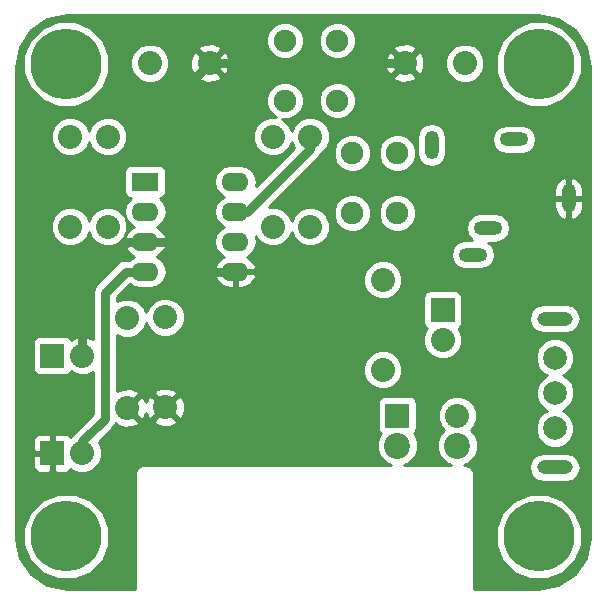
<source format=gbr>
G04 #@! TF.FileFunction,Copper,L1,Top,Signal*
%FSLAX46Y46*%
G04 Gerber Fmt 4.6, Leading zero omitted, Abs format (unit mm)*
G04 Created by KiCad (PCBNEW 4.0.4-stable) date 06/22/17 13:33:57*
%MOMM*%
%LPD*%
G01*
G04 APERTURE LIST*
%ADD10C,0.300000*%
%ADD11R,2.032000X2.032000*%
%ADD12C,2.032000*%
%ADD13C,6.000000*%
%ADD14C,1.905000*%
%ADD15C,2.199640*%
%ADD16R,2.286000X1.574800*%
%ADD17O,2.286000X1.574800*%
%ADD18C,2.000000*%
%ADD19O,3.000000X1.200000*%
%ADD20O,2.400000X1.200000*%
%ADD21O,1.200000X2.400000*%
%ADD22C,0.762000*%
%ADD23C,0.254000*%
G04 APERTURE END LIST*
D10*
D11*
X36845000Y24350000D03*
D12*
X36845000Y21810000D03*
D13*
X44982000Y45165000D03*
X4982000Y45165000D03*
X4982000Y5165000D03*
X44982000Y5165000D03*
D14*
X27922000Y42075000D03*
X27922000Y47155000D03*
X23477000Y42075000D03*
X23477000Y47155000D03*
X29192000Y32550000D03*
X29192000Y37630000D03*
X33002000Y32550000D03*
X33002000Y37630000D03*
D11*
X33002000Y15405000D03*
D12*
X38082000Y15405000D03*
D15*
X33002000Y12865000D03*
X38082000Y12865000D03*
D16*
X11666000Y35217000D03*
D17*
X11666000Y32677000D03*
X11666000Y30137000D03*
X11666000Y27597000D03*
X19286000Y27597000D03*
X19286000Y30137000D03*
X19286000Y32677000D03*
X19286000Y35217000D03*
D11*
X3792000Y20485000D03*
D12*
X6332000Y20485000D03*
D11*
X3792000Y12230000D03*
D12*
X6332000Y12230000D03*
D18*
X46362400Y17302380D03*
X46337000Y20310000D03*
X46337000Y14310000D03*
D19*
X46337000Y23610000D03*
X46337000Y11010000D03*
D20*
X40657000Y31285000D03*
D21*
X47507000Y33785000D03*
D20*
X42907000Y38785000D03*
X39407000Y29035000D03*
D21*
X35907000Y38285000D03*
D12*
X10142000Y23660000D03*
X10142000Y16040000D03*
X13350000Y16095000D03*
X13350000Y23715000D03*
X22461000Y31407000D03*
X22461000Y39027000D03*
X8491000Y31407000D03*
X8491000Y39027000D03*
X25636000Y39027000D03*
X25636000Y31407000D03*
X5316000Y39027000D03*
X5316000Y31407000D03*
X31765000Y26890000D03*
X31765000Y19270000D03*
X33637000Y45250000D03*
X38717000Y45250000D03*
X12047000Y45250000D03*
X17127000Y45250000D03*
D22*
X14714000Y30137000D02*
X14714000Y42837000D01*
X14714000Y42837000D02*
X17127000Y45250000D01*
X6332000Y20485000D02*
X6332000Y26327000D01*
X10142000Y30137000D02*
X11666000Y30137000D01*
X6332000Y26327000D02*
X10142000Y30137000D01*
X17127000Y45250000D02*
X33637000Y45250000D01*
X11666000Y30137000D02*
X14714000Y30137000D01*
X14714000Y30137000D02*
X17254000Y27597000D01*
X17254000Y27597000D02*
X19286000Y27597000D01*
X6332000Y12230000D02*
X6332000Y13246000D01*
X6332000Y13246000D02*
X8237000Y15151000D01*
X10015000Y27597000D02*
X11666000Y27597000D01*
X8237000Y25819000D02*
X10015000Y27597000D01*
X8237000Y15151000D02*
X8237000Y25819000D01*
X19286000Y32677000D02*
X20302000Y32677000D01*
X20302000Y32677000D02*
X25636000Y38011000D01*
X25636000Y38011000D02*
X25636000Y39027000D01*
X19286000Y32677000D02*
X20048000Y32677000D01*
X25636000Y38265000D02*
X25636000Y39027000D01*
D23*
G36*
X46636390Y48950592D02*
X48023654Y48023651D01*
X48950592Y46636390D01*
X49290000Y44930069D01*
X49290000Y5069931D01*
X48950592Y3363610D01*
X48023654Y1976349D01*
X46636390Y1049408D01*
X44930069Y710000D01*
X39460000Y710000D01*
X39460000Y4445126D01*
X41346370Y4445126D01*
X41898600Y3108628D01*
X42920249Y2085194D01*
X44255782Y1530632D01*
X45701874Y1529370D01*
X47038372Y2081600D01*
X48061806Y3103249D01*
X48616368Y4438782D01*
X48617630Y5884874D01*
X48065400Y7221372D01*
X47043751Y8244806D01*
X45708218Y8799368D01*
X44262126Y8800630D01*
X42925628Y8248400D01*
X41902194Y7226751D01*
X41347632Y5891218D01*
X41346370Y4445126D01*
X39460000Y4445126D01*
X39460000Y10500000D01*
X39405954Y10771705D01*
X39252046Y11002046D01*
X39240142Y11010000D01*
X44160173Y11010000D01*
X44254182Y10537386D01*
X44521896Y10136723D01*
X44922559Y9869009D01*
X45395173Y9775000D01*
X47278827Y9775000D01*
X47751441Y9869009D01*
X48152104Y10136723D01*
X48419818Y10537386D01*
X48513827Y11010000D01*
X48419818Y11482614D01*
X48152104Y11883277D01*
X47751441Y12150991D01*
X47278827Y12245000D01*
X45395173Y12245000D01*
X44922559Y12150991D01*
X44521896Y11883277D01*
X44254182Y11482614D01*
X44160173Y11010000D01*
X39240142Y11010000D01*
X39021705Y11155954D01*
X38750000Y11210000D01*
X38619468Y11210000D01*
X39063413Y11393434D01*
X39551851Y11881020D01*
X39816518Y12518409D01*
X39817120Y13208563D01*
X39553566Y13846413D01*
X39206189Y14194397D01*
X39480834Y14468563D01*
X39732713Y15075155D01*
X39733286Y15731963D01*
X39482466Y16338995D01*
X39018437Y16803834D01*
X38411845Y17055713D01*
X37755037Y17056286D01*
X37148005Y16805466D01*
X36683166Y16341437D01*
X36431287Y15734845D01*
X36430714Y15078037D01*
X36681534Y14471005D01*
X36957914Y14194142D01*
X36612149Y13848980D01*
X36347482Y13211591D01*
X36346880Y12521437D01*
X36610434Y11883587D01*
X37098020Y11395149D01*
X37543908Y11210000D01*
X33539468Y11210000D01*
X33983413Y11393434D01*
X34471851Y11881020D01*
X34736518Y12518409D01*
X34737120Y13208563D01*
X34473566Y13846413D01*
X34424241Y13895824D01*
X34469441Y13924910D01*
X34614431Y14137110D01*
X34665440Y14389000D01*
X34665440Y16421000D01*
X34621162Y16656317D01*
X34482090Y16872441D01*
X34269890Y17017431D01*
X34018000Y17068440D01*
X31986000Y17068440D01*
X31750683Y17024162D01*
X31534559Y16885090D01*
X31389569Y16672890D01*
X31338560Y16421000D01*
X31338560Y14389000D01*
X31382838Y14153683D01*
X31521910Y13937559D01*
X31580666Y13897413D01*
X31532149Y13848980D01*
X31267482Y13211591D01*
X31266880Y12521437D01*
X31530434Y11883587D01*
X32018020Y11395149D01*
X32463908Y11210000D01*
X11500000Y11210000D01*
X11228295Y11155954D01*
X10997954Y11002046D01*
X10844046Y10771705D01*
X10790000Y10500000D01*
X10790000Y710000D01*
X5069931Y710000D01*
X3363610Y1049408D01*
X1976349Y1976346D01*
X1049408Y3363610D01*
X834282Y4445126D01*
X1346370Y4445126D01*
X1898600Y3108628D01*
X2920249Y2085194D01*
X4255782Y1530632D01*
X5701874Y1529370D01*
X7038372Y2081600D01*
X8061806Y3103249D01*
X8616368Y4438782D01*
X8617630Y5884874D01*
X8065400Y7221372D01*
X7043751Y8244806D01*
X5708218Y8799368D01*
X4262126Y8800630D01*
X2925628Y8248400D01*
X1902194Y7226751D01*
X1347632Y5891218D01*
X1346370Y4445126D01*
X834282Y4445126D01*
X710000Y5069931D01*
X710000Y11944250D01*
X2141000Y11944250D01*
X2141000Y11087690D01*
X2237673Y10854301D01*
X2416302Y10675673D01*
X2649691Y10579000D01*
X3506250Y10579000D01*
X3665000Y10737750D01*
X3665000Y12103000D01*
X2299750Y12103000D01*
X2141000Y11944250D01*
X710000Y11944250D01*
X710000Y13372310D01*
X2141000Y13372310D01*
X2141000Y12515750D01*
X2299750Y12357000D01*
X3665000Y12357000D01*
X3665000Y13722250D01*
X3506250Y13881000D01*
X2649691Y13881000D01*
X2416302Y13784327D01*
X2237673Y13605699D01*
X2141000Y13372310D01*
X710000Y13372310D01*
X710000Y21501000D01*
X2128560Y21501000D01*
X2128560Y19469000D01*
X2172838Y19233683D01*
X2311910Y19017559D01*
X2524110Y18872569D01*
X2776000Y18821560D01*
X4808000Y18821560D01*
X5043317Y18865838D01*
X5259441Y19004910D01*
X5392779Y19200057D01*
X5448120Y19052378D01*
X6063642Y18823184D01*
X6720019Y18846986D01*
X7215880Y19052378D01*
X7221000Y19066041D01*
X7221000Y15571841D01*
X5613580Y13964420D01*
X5393338Y13634807D01*
X5393338Y13634806D01*
X5391105Y13623578D01*
X5354187Y13586724D01*
X5346327Y13605699D01*
X5167698Y13784327D01*
X4934309Y13881000D01*
X4077750Y13881000D01*
X3919000Y13722250D01*
X3919000Y12357000D01*
X3939000Y12357000D01*
X3939000Y12103000D01*
X3919000Y12103000D01*
X3919000Y10737750D01*
X4077750Y10579000D01*
X4934309Y10579000D01*
X5167698Y10675673D01*
X5346327Y10854301D01*
X5353993Y10872808D01*
X5395563Y10831166D01*
X6002155Y10579287D01*
X6658963Y10578714D01*
X7265995Y10829534D01*
X7730834Y11293563D01*
X7982713Y11900155D01*
X7983286Y12556963D01*
X7732466Y13163995D01*
X7709671Y13186830D01*
X8955421Y14432580D01*
X9175662Y14762193D01*
X9184138Y14804804D01*
X9258120Y14607378D01*
X9873642Y14378184D01*
X10530019Y14401986D01*
X11025880Y14607378D01*
X11126502Y14875893D01*
X11071502Y14930893D01*
X12365498Y14930893D01*
X12466120Y14662378D01*
X13081642Y14433184D01*
X13738019Y14456986D01*
X14233880Y14662378D01*
X14334502Y14930893D01*
X13350000Y15915395D01*
X12365498Y14930893D01*
X11071502Y14930893D01*
X10142000Y15860395D01*
X10127858Y15846252D01*
X9948253Y16025857D01*
X9962395Y16040000D01*
X10321605Y16040000D01*
X11306107Y15055498D01*
X11574622Y15156120D01*
X11747665Y15620844D01*
X11917378Y15211120D01*
X12185893Y15110498D01*
X13170395Y16095000D01*
X13529605Y16095000D01*
X14514107Y15110498D01*
X14782622Y15211120D01*
X15011816Y15826642D01*
X14988014Y16483019D01*
X14782622Y16978880D01*
X14514107Y17079502D01*
X13529605Y16095000D01*
X13170395Y16095000D01*
X12185893Y17079502D01*
X11917378Y16978880D01*
X11744335Y16514156D01*
X11574622Y16923880D01*
X11306107Y17024502D01*
X10321605Y16040000D01*
X9962395Y16040000D01*
X9948253Y16054142D01*
X10127858Y16233747D01*
X10142000Y16219605D01*
X11126502Y17204107D01*
X11105892Y17259107D01*
X12365498Y17259107D01*
X13350000Y16274605D01*
X14334502Y17259107D01*
X14233880Y17527622D01*
X13618358Y17756816D01*
X12961981Y17733014D01*
X12466120Y17527622D01*
X12365498Y17259107D01*
X11105892Y17259107D01*
X11025880Y17472622D01*
X10410358Y17701816D01*
X9753981Y17678014D01*
X9258120Y17472622D01*
X9253000Y17458959D01*
X9253000Y18943037D01*
X30113714Y18943037D01*
X30364534Y18336005D01*
X30828563Y17871166D01*
X31435155Y17619287D01*
X32091963Y17618714D01*
X32698995Y17869534D01*
X33163834Y18333563D01*
X33415713Y18940155D01*
X33416286Y19596963D01*
X33255455Y19986205D01*
X44701716Y19986205D01*
X44950106Y19385057D01*
X45409637Y18924722D01*
X45707723Y18800946D01*
X45437457Y18689274D01*
X44977122Y18229743D01*
X44727684Y17629028D01*
X44727116Y16978585D01*
X44975506Y16377437D01*
X45435037Y15917102D01*
X45689390Y15811486D01*
X45412057Y15696894D01*
X44951722Y15237363D01*
X44702284Y14636648D01*
X44701716Y13986205D01*
X44950106Y13385057D01*
X45409637Y12924722D01*
X46010352Y12675284D01*
X46660795Y12674716D01*
X47261943Y12923106D01*
X47722278Y13382637D01*
X47971716Y13983352D01*
X47972284Y14633795D01*
X47723894Y15234943D01*
X47264363Y15695278D01*
X47010010Y15800894D01*
X47287343Y15915486D01*
X47747678Y16375017D01*
X47997116Y16975732D01*
X47997684Y17626175D01*
X47749294Y18227323D01*
X47289763Y18687658D01*
X46991677Y18811434D01*
X47261943Y18923106D01*
X47722278Y19382637D01*
X47971716Y19983352D01*
X47972284Y20633795D01*
X47723894Y21234943D01*
X47264363Y21695278D01*
X46663648Y21944716D01*
X46013205Y21945284D01*
X45412057Y21696894D01*
X44951722Y21237363D01*
X44702284Y20636648D01*
X44701716Y19986205D01*
X33255455Y19986205D01*
X33165466Y20203995D01*
X32701437Y20668834D01*
X32094845Y20920713D01*
X31438037Y20921286D01*
X30831005Y20670466D01*
X30366166Y20206437D01*
X30114287Y19599845D01*
X30113714Y18943037D01*
X9253000Y18943037D01*
X9253000Y22241468D01*
X9812155Y22009287D01*
X10468963Y22008714D01*
X11075995Y22259534D01*
X11540834Y22723563D01*
X11757585Y23245558D01*
X11949534Y22781005D01*
X12413563Y22316166D01*
X13020155Y22064287D01*
X13676963Y22063714D01*
X14283995Y22314534D01*
X14748834Y22778563D01*
X15000713Y23385155D01*
X15001286Y24041963D01*
X14750466Y24648995D01*
X14286437Y25113834D01*
X13679845Y25365713D01*
X13023037Y25366286D01*
X12416005Y25115466D01*
X11951166Y24651437D01*
X11734415Y24129442D01*
X11542466Y24593995D01*
X11078437Y25058834D01*
X10471845Y25310713D01*
X9815037Y25311286D01*
X9253000Y25079058D01*
X9253000Y25398160D01*
X10375447Y26520606D01*
X10731238Y26282874D01*
X11275567Y26174600D01*
X12056433Y26174600D01*
X12600762Y26282874D01*
X13062222Y26591211D01*
X13370559Y27052671D01*
X13409798Y27249940D01*
X17550990Y27249940D01*
X17567673Y27170004D01*
X17834809Y26681014D01*
X18268738Y26331475D01*
X18803400Y26174600D01*
X19159000Y26174600D01*
X19159000Y27470000D01*
X19413000Y27470000D01*
X19413000Y26174600D01*
X19768600Y26174600D01*
X20303262Y26331475D01*
X20590730Y26563037D01*
X30113714Y26563037D01*
X30364534Y25956005D01*
X30828563Y25491166D01*
X31435155Y25239287D01*
X32091963Y25238714D01*
X32400019Y25366000D01*
X35181560Y25366000D01*
X35181560Y23334000D01*
X35225838Y23098683D01*
X35364910Y22882559D01*
X35494100Y22794287D01*
X35446166Y22746437D01*
X35194287Y22139845D01*
X35193714Y21483037D01*
X35444534Y20876005D01*
X35908563Y20411166D01*
X36515155Y20159287D01*
X37171963Y20158714D01*
X37778995Y20409534D01*
X38243834Y20873563D01*
X38495713Y21480155D01*
X38496286Y22136963D01*
X38245466Y22743995D01*
X38195128Y22794421D01*
X38312441Y22869910D01*
X38457431Y23082110D01*
X38508440Y23334000D01*
X38508440Y23610000D01*
X44160173Y23610000D01*
X44254182Y23137386D01*
X44521896Y22736723D01*
X44922559Y22469009D01*
X45395173Y22375000D01*
X47278827Y22375000D01*
X47751441Y22469009D01*
X48152104Y22736723D01*
X48419818Y23137386D01*
X48513827Y23610000D01*
X48419818Y24082614D01*
X48152104Y24483277D01*
X47751441Y24750991D01*
X47278827Y24845000D01*
X45395173Y24845000D01*
X44922559Y24750991D01*
X44521896Y24483277D01*
X44254182Y24082614D01*
X44160173Y23610000D01*
X38508440Y23610000D01*
X38508440Y25366000D01*
X38464162Y25601317D01*
X38325090Y25817441D01*
X38112890Y25962431D01*
X37861000Y26013440D01*
X35829000Y26013440D01*
X35593683Y25969162D01*
X35377559Y25830090D01*
X35232569Y25617890D01*
X35181560Y25366000D01*
X32400019Y25366000D01*
X32698995Y25489534D01*
X33163834Y25953563D01*
X33415713Y26560155D01*
X33416286Y27216963D01*
X33165466Y27823995D01*
X32701437Y28288834D01*
X32094845Y28540713D01*
X31438037Y28541286D01*
X30831005Y28290466D01*
X30366166Y27826437D01*
X30114287Y27219845D01*
X30113714Y26563037D01*
X20590730Y26563037D01*
X20737191Y26681014D01*
X21004327Y27170004D01*
X21021010Y27249940D01*
X20898852Y27470000D01*
X19413000Y27470000D01*
X19159000Y27470000D01*
X17673148Y27470000D01*
X17550990Y27249940D01*
X13409798Y27249940D01*
X13478833Y27597000D01*
X13370559Y28141329D01*
X13062222Y28602789D01*
X12667170Y28866754D01*
X12683262Y28871475D01*
X13117191Y29221014D01*
X13384327Y29710004D01*
X13401010Y29789940D01*
X13278852Y30010000D01*
X11793000Y30010000D01*
X11793000Y29990000D01*
X11539000Y29990000D01*
X11539000Y30010000D01*
X10053148Y30010000D01*
X9930990Y29789940D01*
X9947673Y29710004D01*
X10214809Y29221014D01*
X10648738Y28871475D01*
X10664830Y28866754D01*
X10285060Y28613000D01*
X10015000Y28613000D01*
X9626193Y28535662D01*
X9296580Y28315421D01*
X7518580Y26537420D01*
X7298338Y26207807D01*
X7298338Y26207806D01*
X7221000Y25819000D01*
X7221000Y21903959D01*
X7215880Y21917622D01*
X6600358Y22146816D01*
X5943981Y22123014D01*
X5448120Y21917622D01*
X5391581Y21766746D01*
X5272090Y21952441D01*
X5059890Y22097431D01*
X4808000Y22148440D01*
X2776000Y22148440D01*
X2540683Y22104162D01*
X2324559Y21965090D01*
X2179569Y21752890D01*
X2128560Y21501000D01*
X710000Y21501000D01*
X710000Y31080037D01*
X3664714Y31080037D01*
X3915534Y30473005D01*
X4379563Y30008166D01*
X4986155Y29756287D01*
X5642963Y29755714D01*
X6249995Y30006534D01*
X6714834Y30470563D01*
X6903654Y30925291D01*
X7090534Y30473005D01*
X7554563Y30008166D01*
X8161155Y29756287D01*
X8817963Y29755714D01*
X9424995Y30006534D01*
X9889834Y30470563D01*
X10141713Y31077155D01*
X10142286Y31733963D01*
X10003637Y32069520D01*
X10269778Y31671211D01*
X10664830Y31407246D01*
X10648738Y31402525D01*
X10214809Y31052986D01*
X9947673Y30563996D01*
X9930990Y30484060D01*
X10053148Y30264000D01*
X11539000Y30264000D01*
X11539000Y30284000D01*
X11793000Y30284000D01*
X11793000Y30264000D01*
X13278852Y30264000D01*
X13401010Y30484060D01*
X13384327Y30563996D01*
X13117191Y31052986D01*
X12683262Y31402525D01*
X12667170Y31407246D01*
X13062222Y31671211D01*
X13370559Y32132671D01*
X13478833Y32677000D01*
X13370559Y33221329D01*
X13062222Y33682789D01*
X12890540Y33797503D01*
X13044317Y33826438D01*
X13260441Y33965510D01*
X13405431Y34177710D01*
X13456440Y34429600D01*
X13456440Y35217000D01*
X17473167Y35217000D01*
X17581441Y34672671D01*
X17889778Y34211211D01*
X18285199Y33947000D01*
X17889778Y33682789D01*
X17581441Y33221329D01*
X17473167Y32677000D01*
X17581441Y32132671D01*
X17889778Y31671211D01*
X18285199Y31407000D01*
X17889778Y31142789D01*
X17581441Y30681329D01*
X17473167Y30137000D01*
X17581441Y29592671D01*
X17889778Y29131211D01*
X18284830Y28867246D01*
X18268738Y28862525D01*
X17834809Y28512986D01*
X17567673Y28023996D01*
X17550990Y27944060D01*
X17673148Y27724000D01*
X19159000Y27724000D01*
X19159000Y27744000D01*
X19413000Y27744000D01*
X19413000Y27724000D01*
X20898852Y27724000D01*
X21021010Y27944060D01*
X21004327Y28023996D01*
X20737191Y28512986D01*
X20303262Y28862525D01*
X20287170Y28867246D01*
X20538231Y29035000D01*
X37536050Y29035000D01*
X37630059Y28562386D01*
X37897773Y28161723D01*
X38298436Y27894009D01*
X38771050Y27800000D01*
X40042950Y27800000D01*
X40515564Y27894009D01*
X40916227Y28161723D01*
X41183941Y28562386D01*
X41277950Y29035000D01*
X41183941Y29507614D01*
X40916227Y29908277D01*
X40704123Y30050000D01*
X41292950Y30050000D01*
X41765564Y30144009D01*
X42166227Y30411723D01*
X42433941Y30812386D01*
X42527950Y31285000D01*
X42433941Y31757614D01*
X42166227Y32158277D01*
X41765564Y32425991D01*
X41292950Y32520000D01*
X40021050Y32520000D01*
X39548436Y32425991D01*
X39147773Y32158277D01*
X38880059Y31757614D01*
X38786050Y31285000D01*
X38880059Y30812386D01*
X39147773Y30411723D01*
X39359877Y30270000D01*
X38771050Y30270000D01*
X38298436Y30175991D01*
X37897773Y29908277D01*
X37630059Y29507614D01*
X37536050Y29035000D01*
X20538231Y29035000D01*
X20682222Y29131211D01*
X20990559Y29592671D01*
X21098833Y30137000D01*
X21005507Y30606181D01*
X21060534Y30473005D01*
X21524563Y30008166D01*
X22131155Y29756287D01*
X22787963Y29755714D01*
X23394995Y30006534D01*
X23859834Y30470563D01*
X24048654Y30925291D01*
X24235534Y30473005D01*
X24699563Y30008166D01*
X25306155Y29756287D01*
X25962963Y29755714D01*
X26569995Y30006534D01*
X27034834Y30470563D01*
X27286713Y31077155D01*
X27287286Y31733963D01*
X27080010Y32235612D01*
X27604225Y32235612D01*
X27845398Y31651928D01*
X28291579Y31204968D01*
X28874841Y30962776D01*
X29506388Y30962225D01*
X30090072Y31203398D01*
X30537032Y31649579D01*
X30779224Y32232841D01*
X30779226Y32235612D01*
X31414225Y32235612D01*
X31655398Y31651928D01*
X32101579Y31204968D01*
X32684841Y30962776D01*
X33316388Y30962225D01*
X33900072Y31203398D01*
X34347032Y31649579D01*
X34589224Y32232841D01*
X34589775Y32864388D01*
X34348602Y33448072D01*
X34139040Y33658000D01*
X46272000Y33658000D01*
X46272000Y33058000D01*
X46414610Y32595053D01*
X46723526Y32221920D01*
X47151719Y31995408D01*
X47189391Y31991538D01*
X47380000Y32116269D01*
X47380000Y33658000D01*
X47634000Y33658000D01*
X47634000Y32116269D01*
X47824609Y31991538D01*
X47862281Y31995408D01*
X48290474Y32221920D01*
X48599390Y32595053D01*
X48742000Y33058000D01*
X48742000Y33658000D01*
X47634000Y33658000D01*
X47380000Y33658000D01*
X46272000Y33658000D01*
X34139040Y33658000D01*
X33902421Y33895032D01*
X33319159Y34137224D01*
X32687612Y34137775D01*
X32103928Y33896602D01*
X31656968Y33450421D01*
X31414776Y32867159D01*
X31414225Y32235612D01*
X30779226Y32235612D01*
X30779775Y32864388D01*
X30538602Y33448072D01*
X30092421Y33895032D01*
X29509159Y34137224D01*
X28877612Y34137775D01*
X28293928Y33896602D01*
X27846968Y33450421D01*
X27604776Y32867159D01*
X27604225Y32235612D01*
X27080010Y32235612D01*
X27036466Y32340995D01*
X26572437Y32805834D01*
X25965845Y33057713D01*
X25309037Y33058286D01*
X24702005Y32807466D01*
X24237166Y32343437D01*
X24048346Y31888709D01*
X23861466Y32340995D01*
X23397437Y32805834D01*
X22790845Y33057713D01*
X22134037Y33058286D01*
X22110331Y33048491D01*
X23573840Y34512000D01*
X46272000Y34512000D01*
X46272000Y33912000D01*
X47380000Y33912000D01*
X47380000Y35453731D01*
X47634000Y35453731D01*
X47634000Y33912000D01*
X48742000Y33912000D01*
X48742000Y34512000D01*
X48599390Y34974947D01*
X48290474Y35348080D01*
X47862281Y35574592D01*
X47824609Y35578462D01*
X47634000Y35453731D01*
X47380000Y35453731D01*
X47189391Y35578462D01*
X47151719Y35574592D01*
X46723526Y35348080D01*
X46414610Y34974947D01*
X46272000Y34512000D01*
X23573840Y34512000D01*
X26354420Y37292579D01*
X26369810Y37315612D01*
X27604225Y37315612D01*
X27845398Y36731928D01*
X28291579Y36284968D01*
X28874841Y36042776D01*
X29506388Y36042225D01*
X30090072Y36283398D01*
X30537032Y36729579D01*
X30779224Y37312841D01*
X30779226Y37315612D01*
X31414225Y37315612D01*
X31655398Y36731928D01*
X32101579Y36284968D01*
X32684841Y36042776D01*
X33316388Y36042225D01*
X33900072Y36283398D01*
X34347032Y36729579D01*
X34589224Y37312841D01*
X34589775Y37944388D01*
X34348602Y38528072D01*
X33956409Y38920950D01*
X34672000Y38920950D01*
X34672000Y37649050D01*
X34766009Y37176436D01*
X35033723Y36775773D01*
X35434386Y36508059D01*
X35907000Y36414050D01*
X36379614Y36508059D01*
X36780277Y36775773D01*
X37047991Y37176436D01*
X37142000Y37649050D01*
X37142000Y38785000D01*
X41036050Y38785000D01*
X41130059Y38312386D01*
X41397773Y37911723D01*
X41798436Y37644009D01*
X42271050Y37550000D01*
X43542950Y37550000D01*
X44015564Y37644009D01*
X44416227Y37911723D01*
X44683941Y38312386D01*
X44777950Y38785000D01*
X44683941Y39257614D01*
X44416227Y39658277D01*
X44015564Y39925991D01*
X43542950Y40020000D01*
X42271050Y40020000D01*
X41798436Y39925991D01*
X41397773Y39658277D01*
X41130059Y39257614D01*
X41036050Y38785000D01*
X37142000Y38785000D01*
X37142000Y38920950D01*
X37047991Y39393564D01*
X36780277Y39794227D01*
X36379614Y40061941D01*
X35907000Y40155950D01*
X35434386Y40061941D01*
X35033723Y39794227D01*
X34766009Y39393564D01*
X34672000Y38920950D01*
X33956409Y38920950D01*
X33902421Y38975032D01*
X33319159Y39217224D01*
X32687612Y39217775D01*
X32103928Y38976602D01*
X31656968Y38530421D01*
X31414776Y37947159D01*
X31414225Y37315612D01*
X30779226Y37315612D01*
X30779775Y37944388D01*
X30538602Y38528072D01*
X30092421Y38975032D01*
X29509159Y39217224D01*
X28877612Y39217775D01*
X28293928Y38976602D01*
X27846968Y38530421D01*
X27604776Y37947159D01*
X27604225Y37315612D01*
X26369810Y37315612D01*
X26574662Y37622193D01*
X26576896Y37633423D01*
X27034834Y38090563D01*
X27286713Y38697155D01*
X27287286Y39353963D01*
X27036466Y39960995D01*
X26572437Y40425834D01*
X25965845Y40677713D01*
X25309037Y40678286D01*
X24702005Y40427466D01*
X24237166Y39963437D01*
X24048346Y39508709D01*
X23861466Y39960995D01*
X23397437Y40425834D01*
X23248450Y40487699D01*
X23791388Y40487225D01*
X24375072Y40728398D01*
X24822032Y41174579D01*
X25064224Y41757841D01*
X25064226Y41760612D01*
X26334225Y41760612D01*
X26575398Y41176928D01*
X27021579Y40729968D01*
X27604841Y40487776D01*
X28236388Y40487225D01*
X28820072Y40728398D01*
X29267032Y41174579D01*
X29509224Y41757841D01*
X29509775Y42389388D01*
X29268602Y42973072D01*
X28822421Y43420032D01*
X28239159Y43662224D01*
X27607612Y43662775D01*
X27023928Y43421602D01*
X26576968Y42975421D01*
X26334776Y42392159D01*
X26334225Y41760612D01*
X25064226Y41760612D01*
X25064775Y42389388D01*
X24823602Y42973072D01*
X24377421Y43420032D01*
X23794159Y43662224D01*
X23162612Y43662775D01*
X22578928Y43421602D01*
X22131968Y42975421D01*
X21889776Y42392159D01*
X21889225Y41760612D01*
X22130398Y41176928D01*
X22576579Y40729968D01*
X22702237Y40677790D01*
X22134037Y40678286D01*
X21527005Y40427466D01*
X21062166Y39963437D01*
X20810287Y39356845D01*
X20809714Y38700037D01*
X21060534Y38093005D01*
X21524563Y37628166D01*
X22131155Y37376287D01*
X22787963Y37375714D01*
X23394995Y37626534D01*
X23859834Y38090563D01*
X24048654Y38545291D01*
X24235534Y38093005D01*
X24258329Y38070170D01*
X21022771Y34834611D01*
X21098833Y35217000D01*
X20990559Y35761329D01*
X20682222Y36222789D01*
X20220762Y36531126D01*
X19676433Y36639400D01*
X18895567Y36639400D01*
X18351238Y36531126D01*
X17889778Y36222789D01*
X17581441Y35761329D01*
X17473167Y35217000D01*
X13456440Y35217000D01*
X13456440Y36004400D01*
X13412162Y36239717D01*
X13273090Y36455841D01*
X13060890Y36600831D01*
X12809000Y36651840D01*
X10523000Y36651840D01*
X10287683Y36607562D01*
X10071559Y36468490D01*
X9926569Y36256290D01*
X9875560Y36004400D01*
X9875560Y34429600D01*
X9919838Y34194283D01*
X10058910Y33978159D01*
X10271110Y33833169D01*
X10442803Y33798400D01*
X10269778Y33682789D01*
X9961441Y33221329D01*
X9853167Y32677000D01*
X9946493Y32207819D01*
X9891466Y32340995D01*
X9427437Y32805834D01*
X8820845Y33057713D01*
X8164037Y33058286D01*
X7557005Y32807466D01*
X7092166Y32343437D01*
X6903346Y31888709D01*
X6716466Y32340995D01*
X6252437Y32805834D01*
X5645845Y33057713D01*
X4989037Y33058286D01*
X4382005Y32807466D01*
X3917166Y32343437D01*
X3665287Y31736845D01*
X3664714Y31080037D01*
X710000Y31080037D01*
X710000Y38700037D01*
X3664714Y38700037D01*
X3915534Y38093005D01*
X4379563Y37628166D01*
X4986155Y37376287D01*
X5642963Y37375714D01*
X6249995Y37626534D01*
X6714834Y38090563D01*
X6903654Y38545291D01*
X7090534Y38093005D01*
X7554563Y37628166D01*
X8161155Y37376287D01*
X8817963Y37375714D01*
X9424995Y37626534D01*
X9889834Y38090563D01*
X10141713Y38697155D01*
X10142286Y39353963D01*
X9891466Y39960995D01*
X9427437Y40425834D01*
X8820845Y40677713D01*
X8164037Y40678286D01*
X7557005Y40427466D01*
X7092166Y39963437D01*
X6903346Y39508709D01*
X6716466Y39960995D01*
X6252437Y40425834D01*
X5645845Y40677713D01*
X4989037Y40678286D01*
X4382005Y40427466D01*
X3917166Y39963437D01*
X3665287Y39356845D01*
X3664714Y38700037D01*
X710000Y38700037D01*
X710000Y44445126D01*
X1346370Y44445126D01*
X1898600Y43108628D01*
X2920249Y42085194D01*
X4255782Y41530632D01*
X5701874Y41529370D01*
X7038372Y42081600D01*
X8061806Y43103249D01*
X8616368Y44438782D01*
X8616790Y44923037D01*
X10395714Y44923037D01*
X10646534Y44316005D01*
X11110563Y43851166D01*
X11717155Y43599287D01*
X12373963Y43598714D01*
X12980995Y43849534D01*
X13217766Y44085893D01*
X16142498Y44085893D01*
X16243120Y43817378D01*
X16858642Y43588184D01*
X17515019Y43611986D01*
X18010880Y43817378D01*
X18111502Y44085893D01*
X32652498Y44085893D01*
X32753120Y43817378D01*
X33368642Y43588184D01*
X34025019Y43611986D01*
X34520880Y43817378D01*
X34621502Y44085893D01*
X33637000Y45070395D01*
X32652498Y44085893D01*
X18111502Y44085893D01*
X17127000Y45070395D01*
X16142498Y44085893D01*
X13217766Y44085893D01*
X13445834Y44313563D01*
X13697713Y44920155D01*
X13698234Y45518358D01*
X15465184Y45518358D01*
X15488986Y44861981D01*
X15694378Y44366120D01*
X15962893Y44265498D01*
X16947395Y45250000D01*
X17306605Y45250000D01*
X18291107Y44265498D01*
X18559622Y44366120D01*
X18788816Y44981642D01*
X18769354Y45518358D01*
X31975184Y45518358D01*
X31998986Y44861981D01*
X32204378Y44366120D01*
X32472893Y44265498D01*
X33457395Y45250000D01*
X33816605Y45250000D01*
X34801107Y44265498D01*
X35069622Y44366120D01*
X35276994Y44923037D01*
X37065714Y44923037D01*
X37316534Y44316005D01*
X37780563Y43851166D01*
X38387155Y43599287D01*
X39043963Y43598714D01*
X39650995Y43849534D01*
X40115834Y44313563D01*
X40170463Y44445126D01*
X41346370Y44445126D01*
X41898600Y43108628D01*
X42920249Y42085194D01*
X44255782Y41530632D01*
X45701874Y41529370D01*
X47038372Y42081600D01*
X48061806Y43103249D01*
X48616368Y44438782D01*
X48617630Y45884874D01*
X48065400Y47221372D01*
X47043751Y48244806D01*
X45708218Y48799368D01*
X44262126Y48800630D01*
X42925628Y48248400D01*
X41902194Y47226751D01*
X41347632Y45891218D01*
X41346370Y44445126D01*
X40170463Y44445126D01*
X40367713Y44920155D01*
X40368286Y45576963D01*
X40117466Y46183995D01*
X39653437Y46648834D01*
X39046845Y46900713D01*
X38390037Y46901286D01*
X37783005Y46650466D01*
X37318166Y46186437D01*
X37066287Y45579845D01*
X37065714Y44923037D01*
X35276994Y44923037D01*
X35298816Y44981642D01*
X35275014Y45638019D01*
X35069622Y46133880D01*
X34801107Y46234502D01*
X33816605Y45250000D01*
X33457395Y45250000D01*
X32472893Y46234502D01*
X32204378Y46133880D01*
X31975184Y45518358D01*
X18769354Y45518358D01*
X18765014Y45638019D01*
X18559622Y46133880D01*
X18291107Y46234502D01*
X17306605Y45250000D01*
X16947395Y45250000D01*
X15962893Y46234502D01*
X15694378Y46133880D01*
X15465184Y45518358D01*
X13698234Y45518358D01*
X13698286Y45576963D01*
X13447466Y46183995D01*
X13217755Y46414107D01*
X16142498Y46414107D01*
X17127000Y45429605D01*
X18111502Y46414107D01*
X18010880Y46682622D01*
X17586584Y46840612D01*
X21889225Y46840612D01*
X22130398Y46256928D01*
X22576579Y45809968D01*
X23159841Y45567776D01*
X23791388Y45567225D01*
X24375072Y45808398D01*
X24822032Y46254579D01*
X25064224Y46837841D01*
X25064226Y46840612D01*
X26334225Y46840612D01*
X26575398Y46256928D01*
X27021579Y45809968D01*
X27604841Y45567776D01*
X28236388Y45567225D01*
X28820072Y45808398D01*
X29267032Y46254579D01*
X29333273Y46414107D01*
X32652498Y46414107D01*
X33637000Y45429605D01*
X34621502Y46414107D01*
X34520880Y46682622D01*
X33905358Y46911816D01*
X33248981Y46888014D01*
X32753120Y46682622D01*
X32652498Y46414107D01*
X29333273Y46414107D01*
X29509224Y46837841D01*
X29509775Y47469388D01*
X29268602Y48053072D01*
X28822421Y48500032D01*
X28239159Y48742224D01*
X27607612Y48742775D01*
X27023928Y48501602D01*
X26576968Y48055421D01*
X26334776Y47472159D01*
X26334225Y46840612D01*
X25064226Y46840612D01*
X25064775Y47469388D01*
X24823602Y48053072D01*
X24377421Y48500032D01*
X23794159Y48742224D01*
X23162612Y48742775D01*
X22578928Y48501602D01*
X22131968Y48055421D01*
X21889776Y47472159D01*
X21889225Y46840612D01*
X17586584Y46840612D01*
X17395358Y46911816D01*
X16738981Y46888014D01*
X16243120Y46682622D01*
X16142498Y46414107D01*
X13217755Y46414107D01*
X12983437Y46648834D01*
X12376845Y46900713D01*
X11720037Y46901286D01*
X11113005Y46650466D01*
X10648166Y46186437D01*
X10396287Y45579845D01*
X10395714Y44923037D01*
X8616790Y44923037D01*
X8617630Y45884874D01*
X8065400Y47221372D01*
X7043751Y48244806D01*
X5708218Y48799368D01*
X4262126Y48800630D01*
X2925628Y48248400D01*
X1902194Y47226751D01*
X1347632Y45891218D01*
X1346370Y44445126D01*
X710000Y44445126D01*
X710000Y44930069D01*
X1049408Y46636390D01*
X1976349Y48023654D01*
X3363610Y48950592D01*
X5069931Y49290000D01*
X44930069Y49290000D01*
X46636390Y48950592D01*
X46636390Y48950592D01*
G37*
X46636390Y48950592D02*
X48023654Y48023651D01*
X48950592Y46636390D01*
X49290000Y44930069D01*
X49290000Y5069931D01*
X48950592Y3363610D01*
X48023654Y1976349D01*
X46636390Y1049408D01*
X44930069Y710000D01*
X39460000Y710000D01*
X39460000Y4445126D01*
X41346370Y4445126D01*
X41898600Y3108628D01*
X42920249Y2085194D01*
X44255782Y1530632D01*
X45701874Y1529370D01*
X47038372Y2081600D01*
X48061806Y3103249D01*
X48616368Y4438782D01*
X48617630Y5884874D01*
X48065400Y7221372D01*
X47043751Y8244806D01*
X45708218Y8799368D01*
X44262126Y8800630D01*
X42925628Y8248400D01*
X41902194Y7226751D01*
X41347632Y5891218D01*
X41346370Y4445126D01*
X39460000Y4445126D01*
X39460000Y10500000D01*
X39405954Y10771705D01*
X39252046Y11002046D01*
X39240142Y11010000D01*
X44160173Y11010000D01*
X44254182Y10537386D01*
X44521896Y10136723D01*
X44922559Y9869009D01*
X45395173Y9775000D01*
X47278827Y9775000D01*
X47751441Y9869009D01*
X48152104Y10136723D01*
X48419818Y10537386D01*
X48513827Y11010000D01*
X48419818Y11482614D01*
X48152104Y11883277D01*
X47751441Y12150991D01*
X47278827Y12245000D01*
X45395173Y12245000D01*
X44922559Y12150991D01*
X44521896Y11883277D01*
X44254182Y11482614D01*
X44160173Y11010000D01*
X39240142Y11010000D01*
X39021705Y11155954D01*
X38750000Y11210000D01*
X38619468Y11210000D01*
X39063413Y11393434D01*
X39551851Y11881020D01*
X39816518Y12518409D01*
X39817120Y13208563D01*
X39553566Y13846413D01*
X39206189Y14194397D01*
X39480834Y14468563D01*
X39732713Y15075155D01*
X39733286Y15731963D01*
X39482466Y16338995D01*
X39018437Y16803834D01*
X38411845Y17055713D01*
X37755037Y17056286D01*
X37148005Y16805466D01*
X36683166Y16341437D01*
X36431287Y15734845D01*
X36430714Y15078037D01*
X36681534Y14471005D01*
X36957914Y14194142D01*
X36612149Y13848980D01*
X36347482Y13211591D01*
X36346880Y12521437D01*
X36610434Y11883587D01*
X37098020Y11395149D01*
X37543908Y11210000D01*
X33539468Y11210000D01*
X33983413Y11393434D01*
X34471851Y11881020D01*
X34736518Y12518409D01*
X34737120Y13208563D01*
X34473566Y13846413D01*
X34424241Y13895824D01*
X34469441Y13924910D01*
X34614431Y14137110D01*
X34665440Y14389000D01*
X34665440Y16421000D01*
X34621162Y16656317D01*
X34482090Y16872441D01*
X34269890Y17017431D01*
X34018000Y17068440D01*
X31986000Y17068440D01*
X31750683Y17024162D01*
X31534559Y16885090D01*
X31389569Y16672890D01*
X31338560Y16421000D01*
X31338560Y14389000D01*
X31382838Y14153683D01*
X31521910Y13937559D01*
X31580666Y13897413D01*
X31532149Y13848980D01*
X31267482Y13211591D01*
X31266880Y12521437D01*
X31530434Y11883587D01*
X32018020Y11395149D01*
X32463908Y11210000D01*
X11500000Y11210000D01*
X11228295Y11155954D01*
X10997954Y11002046D01*
X10844046Y10771705D01*
X10790000Y10500000D01*
X10790000Y710000D01*
X5069931Y710000D01*
X3363610Y1049408D01*
X1976349Y1976346D01*
X1049408Y3363610D01*
X834282Y4445126D01*
X1346370Y4445126D01*
X1898600Y3108628D01*
X2920249Y2085194D01*
X4255782Y1530632D01*
X5701874Y1529370D01*
X7038372Y2081600D01*
X8061806Y3103249D01*
X8616368Y4438782D01*
X8617630Y5884874D01*
X8065400Y7221372D01*
X7043751Y8244806D01*
X5708218Y8799368D01*
X4262126Y8800630D01*
X2925628Y8248400D01*
X1902194Y7226751D01*
X1347632Y5891218D01*
X1346370Y4445126D01*
X834282Y4445126D01*
X710000Y5069931D01*
X710000Y11944250D01*
X2141000Y11944250D01*
X2141000Y11087690D01*
X2237673Y10854301D01*
X2416302Y10675673D01*
X2649691Y10579000D01*
X3506250Y10579000D01*
X3665000Y10737750D01*
X3665000Y12103000D01*
X2299750Y12103000D01*
X2141000Y11944250D01*
X710000Y11944250D01*
X710000Y13372310D01*
X2141000Y13372310D01*
X2141000Y12515750D01*
X2299750Y12357000D01*
X3665000Y12357000D01*
X3665000Y13722250D01*
X3506250Y13881000D01*
X2649691Y13881000D01*
X2416302Y13784327D01*
X2237673Y13605699D01*
X2141000Y13372310D01*
X710000Y13372310D01*
X710000Y21501000D01*
X2128560Y21501000D01*
X2128560Y19469000D01*
X2172838Y19233683D01*
X2311910Y19017559D01*
X2524110Y18872569D01*
X2776000Y18821560D01*
X4808000Y18821560D01*
X5043317Y18865838D01*
X5259441Y19004910D01*
X5392779Y19200057D01*
X5448120Y19052378D01*
X6063642Y18823184D01*
X6720019Y18846986D01*
X7215880Y19052378D01*
X7221000Y19066041D01*
X7221000Y15571841D01*
X5613580Y13964420D01*
X5393338Y13634807D01*
X5393338Y13634806D01*
X5391105Y13623578D01*
X5354187Y13586724D01*
X5346327Y13605699D01*
X5167698Y13784327D01*
X4934309Y13881000D01*
X4077750Y13881000D01*
X3919000Y13722250D01*
X3919000Y12357000D01*
X3939000Y12357000D01*
X3939000Y12103000D01*
X3919000Y12103000D01*
X3919000Y10737750D01*
X4077750Y10579000D01*
X4934309Y10579000D01*
X5167698Y10675673D01*
X5346327Y10854301D01*
X5353993Y10872808D01*
X5395563Y10831166D01*
X6002155Y10579287D01*
X6658963Y10578714D01*
X7265995Y10829534D01*
X7730834Y11293563D01*
X7982713Y11900155D01*
X7983286Y12556963D01*
X7732466Y13163995D01*
X7709671Y13186830D01*
X8955421Y14432580D01*
X9175662Y14762193D01*
X9184138Y14804804D01*
X9258120Y14607378D01*
X9873642Y14378184D01*
X10530019Y14401986D01*
X11025880Y14607378D01*
X11126502Y14875893D01*
X11071502Y14930893D01*
X12365498Y14930893D01*
X12466120Y14662378D01*
X13081642Y14433184D01*
X13738019Y14456986D01*
X14233880Y14662378D01*
X14334502Y14930893D01*
X13350000Y15915395D01*
X12365498Y14930893D01*
X11071502Y14930893D01*
X10142000Y15860395D01*
X10127858Y15846252D01*
X9948253Y16025857D01*
X9962395Y16040000D01*
X10321605Y16040000D01*
X11306107Y15055498D01*
X11574622Y15156120D01*
X11747665Y15620844D01*
X11917378Y15211120D01*
X12185893Y15110498D01*
X13170395Y16095000D01*
X13529605Y16095000D01*
X14514107Y15110498D01*
X14782622Y15211120D01*
X15011816Y15826642D01*
X14988014Y16483019D01*
X14782622Y16978880D01*
X14514107Y17079502D01*
X13529605Y16095000D01*
X13170395Y16095000D01*
X12185893Y17079502D01*
X11917378Y16978880D01*
X11744335Y16514156D01*
X11574622Y16923880D01*
X11306107Y17024502D01*
X10321605Y16040000D01*
X9962395Y16040000D01*
X9948253Y16054142D01*
X10127858Y16233747D01*
X10142000Y16219605D01*
X11126502Y17204107D01*
X11105892Y17259107D01*
X12365498Y17259107D01*
X13350000Y16274605D01*
X14334502Y17259107D01*
X14233880Y17527622D01*
X13618358Y17756816D01*
X12961981Y17733014D01*
X12466120Y17527622D01*
X12365498Y17259107D01*
X11105892Y17259107D01*
X11025880Y17472622D01*
X10410358Y17701816D01*
X9753981Y17678014D01*
X9258120Y17472622D01*
X9253000Y17458959D01*
X9253000Y18943037D01*
X30113714Y18943037D01*
X30364534Y18336005D01*
X30828563Y17871166D01*
X31435155Y17619287D01*
X32091963Y17618714D01*
X32698995Y17869534D01*
X33163834Y18333563D01*
X33415713Y18940155D01*
X33416286Y19596963D01*
X33255455Y19986205D01*
X44701716Y19986205D01*
X44950106Y19385057D01*
X45409637Y18924722D01*
X45707723Y18800946D01*
X45437457Y18689274D01*
X44977122Y18229743D01*
X44727684Y17629028D01*
X44727116Y16978585D01*
X44975506Y16377437D01*
X45435037Y15917102D01*
X45689390Y15811486D01*
X45412057Y15696894D01*
X44951722Y15237363D01*
X44702284Y14636648D01*
X44701716Y13986205D01*
X44950106Y13385057D01*
X45409637Y12924722D01*
X46010352Y12675284D01*
X46660795Y12674716D01*
X47261943Y12923106D01*
X47722278Y13382637D01*
X47971716Y13983352D01*
X47972284Y14633795D01*
X47723894Y15234943D01*
X47264363Y15695278D01*
X47010010Y15800894D01*
X47287343Y15915486D01*
X47747678Y16375017D01*
X47997116Y16975732D01*
X47997684Y17626175D01*
X47749294Y18227323D01*
X47289763Y18687658D01*
X46991677Y18811434D01*
X47261943Y18923106D01*
X47722278Y19382637D01*
X47971716Y19983352D01*
X47972284Y20633795D01*
X47723894Y21234943D01*
X47264363Y21695278D01*
X46663648Y21944716D01*
X46013205Y21945284D01*
X45412057Y21696894D01*
X44951722Y21237363D01*
X44702284Y20636648D01*
X44701716Y19986205D01*
X33255455Y19986205D01*
X33165466Y20203995D01*
X32701437Y20668834D01*
X32094845Y20920713D01*
X31438037Y20921286D01*
X30831005Y20670466D01*
X30366166Y20206437D01*
X30114287Y19599845D01*
X30113714Y18943037D01*
X9253000Y18943037D01*
X9253000Y22241468D01*
X9812155Y22009287D01*
X10468963Y22008714D01*
X11075995Y22259534D01*
X11540834Y22723563D01*
X11757585Y23245558D01*
X11949534Y22781005D01*
X12413563Y22316166D01*
X13020155Y22064287D01*
X13676963Y22063714D01*
X14283995Y22314534D01*
X14748834Y22778563D01*
X15000713Y23385155D01*
X15001286Y24041963D01*
X14750466Y24648995D01*
X14286437Y25113834D01*
X13679845Y25365713D01*
X13023037Y25366286D01*
X12416005Y25115466D01*
X11951166Y24651437D01*
X11734415Y24129442D01*
X11542466Y24593995D01*
X11078437Y25058834D01*
X10471845Y25310713D01*
X9815037Y25311286D01*
X9253000Y25079058D01*
X9253000Y25398160D01*
X10375447Y26520606D01*
X10731238Y26282874D01*
X11275567Y26174600D01*
X12056433Y26174600D01*
X12600762Y26282874D01*
X13062222Y26591211D01*
X13370559Y27052671D01*
X13409798Y27249940D01*
X17550990Y27249940D01*
X17567673Y27170004D01*
X17834809Y26681014D01*
X18268738Y26331475D01*
X18803400Y26174600D01*
X19159000Y26174600D01*
X19159000Y27470000D01*
X19413000Y27470000D01*
X19413000Y26174600D01*
X19768600Y26174600D01*
X20303262Y26331475D01*
X20590730Y26563037D01*
X30113714Y26563037D01*
X30364534Y25956005D01*
X30828563Y25491166D01*
X31435155Y25239287D01*
X32091963Y25238714D01*
X32400019Y25366000D01*
X35181560Y25366000D01*
X35181560Y23334000D01*
X35225838Y23098683D01*
X35364910Y22882559D01*
X35494100Y22794287D01*
X35446166Y22746437D01*
X35194287Y22139845D01*
X35193714Y21483037D01*
X35444534Y20876005D01*
X35908563Y20411166D01*
X36515155Y20159287D01*
X37171963Y20158714D01*
X37778995Y20409534D01*
X38243834Y20873563D01*
X38495713Y21480155D01*
X38496286Y22136963D01*
X38245466Y22743995D01*
X38195128Y22794421D01*
X38312441Y22869910D01*
X38457431Y23082110D01*
X38508440Y23334000D01*
X38508440Y23610000D01*
X44160173Y23610000D01*
X44254182Y23137386D01*
X44521896Y22736723D01*
X44922559Y22469009D01*
X45395173Y22375000D01*
X47278827Y22375000D01*
X47751441Y22469009D01*
X48152104Y22736723D01*
X48419818Y23137386D01*
X48513827Y23610000D01*
X48419818Y24082614D01*
X48152104Y24483277D01*
X47751441Y24750991D01*
X47278827Y24845000D01*
X45395173Y24845000D01*
X44922559Y24750991D01*
X44521896Y24483277D01*
X44254182Y24082614D01*
X44160173Y23610000D01*
X38508440Y23610000D01*
X38508440Y25366000D01*
X38464162Y25601317D01*
X38325090Y25817441D01*
X38112890Y25962431D01*
X37861000Y26013440D01*
X35829000Y26013440D01*
X35593683Y25969162D01*
X35377559Y25830090D01*
X35232569Y25617890D01*
X35181560Y25366000D01*
X32400019Y25366000D01*
X32698995Y25489534D01*
X33163834Y25953563D01*
X33415713Y26560155D01*
X33416286Y27216963D01*
X33165466Y27823995D01*
X32701437Y28288834D01*
X32094845Y28540713D01*
X31438037Y28541286D01*
X30831005Y28290466D01*
X30366166Y27826437D01*
X30114287Y27219845D01*
X30113714Y26563037D01*
X20590730Y26563037D01*
X20737191Y26681014D01*
X21004327Y27170004D01*
X21021010Y27249940D01*
X20898852Y27470000D01*
X19413000Y27470000D01*
X19159000Y27470000D01*
X17673148Y27470000D01*
X17550990Y27249940D01*
X13409798Y27249940D01*
X13478833Y27597000D01*
X13370559Y28141329D01*
X13062222Y28602789D01*
X12667170Y28866754D01*
X12683262Y28871475D01*
X13117191Y29221014D01*
X13384327Y29710004D01*
X13401010Y29789940D01*
X13278852Y30010000D01*
X11793000Y30010000D01*
X11793000Y29990000D01*
X11539000Y29990000D01*
X11539000Y30010000D01*
X10053148Y30010000D01*
X9930990Y29789940D01*
X9947673Y29710004D01*
X10214809Y29221014D01*
X10648738Y28871475D01*
X10664830Y28866754D01*
X10285060Y28613000D01*
X10015000Y28613000D01*
X9626193Y28535662D01*
X9296580Y28315421D01*
X7518580Y26537420D01*
X7298338Y26207807D01*
X7298338Y26207806D01*
X7221000Y25819000D01*
X7221000Y21903959D01*
X7215880Y21917622D01*
X6600358Y22146816D01*
X5943981Y22123014D01*
X5448120Y21917622D01*
X5391581Y21766746D01*
X5272090Y21952441D01*
X5059890Y22097431D01*
X4808000Y22148440D01*
X2776000Y22148440D01*
X2540683Y22104162D01*
X2324559Y21965090D01*
X2179569Y21752890D01*
X2128560Y21501000D01*
X710000Y21501000D01*
X710000Y31080037D01*
X3664714Y31080037D01*
X3915534Y30473005D01*
X4379563Y30008166D01*
X4986155Y29756287D01*
X5642963Y29755714D01*
X6249995Y30006534D01*
X6714834Y30470563D01*
X6903654Y30925291D01*
X7090534Y30473005D01*
X7554563Y30008166D01*
X8161155Y29756287D01*
X8817963Y29755714D01*
X9424995Y30006534D01*
X9889834Y30470563D01*
X10141713Y31077155D01*
X10142286Y31733963D01*
X10003637Y32069520D01*
X10269778Y31671211D01*
X10664830Y31407246D01*
X10648738Y31402525D01*
X10214809Y31052986D01*
X9947673Y30563996D01*
X9930990Y30484060D01*
X10053148Y30264000D01*
X11539000Y30264000D01*
X11539000Y30284000D01*
X11793000Y30284000D01*
X11793000Y30264000D01*
X13278852Y30264000D01*
X13401010Y30484060D01*
X13384327Y30563996D01*
X13117191Y31052986D01*
X12683262Y31402525D01*
X12667170Y31407246D01*
X13062222Y31671211D01*
X13370559Y32132671D01*
X13478833Y32677000D01*
X13370559Y33221329D01*
X13062222Y33682789D01*
X12890540Y33797503D01*
X13044317Y33826438D01*
X13260441Y33965510D01*
X13405431Y34177710D01*
X13456440Y34429600D01*
X13456440Y35217000D01*
X17473167Y35217000D01*
X17581441Y34672671D01*
X17889778Y34211211D01*
X18285199Y33947000D01*
X17889778Y33682789D01*
X17581441Y33221329D01*
X17473167Y32677000D01*
X17581441Y32132671D01*
X17889778Y31671211D01*
X18285199Y31407000D01*
X17889778Y31142789D01*
X17581441Y30681329D01*
X17473167Y30137000D01*
X17581441Y29592671D01*
X17889778Y29131211D01*
X18284830Y28867246D01*
X18268738Y28862525D01*
X17834809Y28512986D01*
X17567673Y28023996D01*
X17550990Y27944060D01*
X17673148Y27724000D01*
X19159000Y27724000D01*
X19159000Y27744000D01*
X19413000Y27744000D01*
X19413000Y27724000D01*
X20898852Y27724000D01*
X21021010Y27944060D01*
X21004327Y28023996D01*
X20737191Y28512986D01*
X20303262Y28862525D01*
X20287170Y28867246D01*
X20538231Y29035000D01*
X37536050Y29035000D01*
X37630059Y28562386D01*
X37897773Y28161723D01*
X38298436Y27894009D01*
X38771050Y27800000D01*
X40042950Y27800000D01*
X40515564Y27894009D01*
X40916227Y28161723D01*
X41183941Y28562386D01*
X41277950Y29035000D01*
X41183941Y29507614D01*
X40916227Y29908277D01*
X40704123Y30050000D01*
X41292950Y30050000D01*
X41765564Y30144009D01*
X42166227Y30411723D01*
X42433941Y30812386D01*
X42527950Y31285000D01*
X42433941Y31757614D01*
X42166227Y32158277D01*
X41765564Y32425991D01*
X41292950Y32520000D01*
X40021050Y32520000D01*
X39548436Y32425991D01*
X39147773Y32158277D01*
X38880059Y31757614D01*
X38786050Y31285000D01*
X38880059Y30812386D01*
X39147773Y30411723D01*
X39359877Y30270000D01*
X38771050Y30270000D01*
X38298436Y30175991D01*
X37897773Y29908277D01*
X37630059Y29507614D01*
X37536050Y29035000D01*
X20538231Y29035000D01*
X20682222Y29131211D01*
X20990559Y29592671D01*
X21098833Y30137000D01*
X21005507Y30606181D01*
X21060534Y30473005D01*
X21524563Y30008166D01*
X22131155Y29756287D01*
X22787963Y29755714D01*
X23394995Y30006534D01*
X23859834Y30470563D01*
X24048654Y30925291D01*
X24235534Y30473005D01*
X24699563Y30008166D01*
X25306155Y29756287D01*
X25962963Y29755714D01*
X26569995Y30006534D01*
X27034834Y30470563D01*
X27286713Y31077155D01*
X27287286Y31733963D01*
X27080010Y32235612D01*
X27604225Y32235612D01*
X27845398Y31651928D01*
X28291579Y31204968D01*
X28874841Y30962776D01*
X29506388Y30962225D01*
X30090072Y31203398D01*
X30537032Y31649579D01*
X30779224Y32232841D01*
X30779226Y32235612D01*
X31414225Y32235612D01*
X31655398Y31651928D01*
X32101579Y31204968D01*
X32684841Y30962776D01*
X33316388Y30962225D01*
X33900072Y31203398D01*
X34347032Y31649579D01*
X34589224Y32232841D01*
X34589775Y32864388D01*
X34348602Y33448072D01*
X34139040Y33658000D01*
X46272000Y33658000D01*
X46272000Y33058000D01*
X46414610Y32595053D01*
X46723526Y32221920D01*
X47151719Y31995408D01*
X47189391Y31991538D01*
X47380000Y32116269D01*
X47380000Y33658000D01*
X47634000Y33658000D01*
X47634000Y32116269D01*
X47824609Y31991538D01*
X47862281Y31995408D01*
X48290474Y32221920D01*
X48599390Y32595053D01*
X48742000Y33058000D01*
X48742000Y33658000D01*
X47634000Y33658000D01*
X47380000Y33658000D01*
X46272000Y33658000D01*
X34139040Y33658000D01*
X33902421Y33895032D01*
X33319159Y34137224D01*
X32687612Y34137775D01*
X32103928Y33896602D01*
X31656968Y33450421D01*
X31414776Y32867159D01*
X31414225Y32235612D01*
X30779226Y32235612D01*
X30779775Y32864388D01*
X30538602Y33448072D01*
X30092421Y33895032D01*
X29509159Y34137224D01*
X28877612Y34137775D01*
X28293928Y33896602D01*
X27846968Y33450421D01*
X27604776Y32867159D01*
X27604225Y32235612D01*
X27080010Y32235612D01*
X27036466Y32340995D01*
X26572437Y32805834D01*
X25965845Y33057713D01*
X25309037Y33058286D01*
X24702005Y32807466D01*
X24237166Y32343437D01*
X24048346Y31888709D01*
X23861466Y32340995D01*
X23397437Y32805834D01*
X22790845Y33057713D01*
X22134037Y33058286D01*
X22110331Y33048491D01*
X23573840Y34512000D01*
X46272000Y34512000D01*
X46272000Y33912000D01*
X47380000Y33912000D01*
X47380000Y35453731D01*
X47634000Y35453731D01*
X47634000Y33912000D01*
X48742000Y33912000D01*
X48742000Y34512000D01*
X48599390Y34974947D01*
X48290474Y35348080D01*
X47862281Y35574592D01*
X47824609Y35578462D01*
X47634000Y35453731D01*
X47380000Y35453731D01*
X47189391Y35578462D01*
X47151719Y35574592D01*
X46723526Y35348080D01*
X46414610Y34974947D01*
X46272000Y34512000D01*
X23573840Y34512000D01*
X26354420Y37292579D01*
X26369810Y37315612D01*
X27604225Y37315612D01*
X27845398Y36731928D01*
X28291579Y36284968D01*
X28874841Y36042776D01*
X29506388Y36042225D01*
X30090072Y36283398D01*
X30537032Y36729579D01*
X30779224Y37312841D01*
X30779226Y37315612D01*
X31414225Y37315612D01*
X31655398Y36731928D01*
X32101579Y36284968D01*
X32684841Y36042776D01*
X33316388Y36042225D01*
X33900072Y36283398D01*
X34347032Y36729579D01*
X34589224Y37312841D01*
X34589775Y37944388D01*
X34348602Y38528072D01*
X33956409Y38920950D01*
X34672000Y38920950D01*
X34672000Y37649050D01*
X34766009Y37176436D01*
X35033723Y36775773D01*
X35434386Y36508059D01*
X35907000Y36414050D01*
X36379614Y36508059D01*
X36780277Y36775773D01*
X37047991Y37176436D01*
X37142000Y37649050D01*
X37142000Y38785000D01*
X41036050Y38785000D01*
X41130059Y38312386D01*
X41397773Y37911723D01*
X41798436Y37644009D01*
X42271050Y37550000D01*
X43542950Y37550000D01*
X44015564Y37644009D01*
X44416227Y37911723D01*
X44683941Y38312386D01*
X44777950Y38785000D01*
X44683941Y39257614D01*
X44416227Y39658277D01*
X44015564Y39925991D01*
X43542950Y40020000D01*
X42271050Y40020000D01*
X41798436Y39925991D01*
X41397773Y39658277D01*
X41130059Y39257614D01*
X41036050Y38785000D01*
X37142000Y38785000D01*
X37142000Y38920950D01*
X37047991Y39393564D01*
X36780277Y39794227D01*
X36379614Y40061941D01*
X35907000Y40155950D01*
X35434386Y40061941D01*
X35033723Y39794227D01*
X34766009Y39393564D01*
X34672000Y38920950D01*
X33956409Y38920950D01*
X33902421Y38975032D01*
X33319159Y39217224D01*
X32687612Y39217775D01*
X32103928Y38976602D01*
X31656968Y38530421D01*
X31414776Y37947159D01*
X31414225Y37315612D01*
X30779226Y37315612D01*
X30779775Y37944388D01*
X30538602Y38528072D01*
X30092421Y38975032D01*
X29509159Y39217224D01*
X28877612Y39217775D01*
X28293928Y38976602D01*
X27846968Y38530421D01*
X27604776Y37947159D01*
X27604225Y37315612D01*
X26369810Y37315612D01*
X26574662Y37622193D01*
X26576896Y37633423D01*
X27034834Y38090563D01*
X27286713Y38697155D01*
X27287286Y39353963D01*
X27036466Y39960995D01*
X26572437Y40425834D01*
X25965845Y40677713D01*
X25309037Y40678286D01*
X24702005Y40427466D01*
X24237166Y39963437D01*
X24048346Y39508709D01*
X23861466Y39960995D01*
X23397437Y40425834D01*
X23248450Y40487699D01*
X23791388Y40487225D01*
X24375072Y40728398D01*
X24822032Y41174579D01*
X25064224Y41757841D01*
X25064226Y41760612D01*
X26334225Y41760612D01*
X26575398Y41176928D01*
X27021579Y40729968D01*
X27604841Y40487776D01*
X28236388Y40487225D01*
X28820072Y40728398D01*
X29267032Y41174579D01*
X29509224Y41757841D01*
X29509775Y42389388D01*
X29268602Y42973072D01*
X28822421Y43420032D01*
X28239159Y43662224D01*
X27607612Y43662775D01*
X27023928Y43421602D01*
X26576968Y42975421D01*
X26334776Y42392159D01*
X26334225Y41760612D01*
X25064226Y41760612D01*
X25064775Y42389388D01*
X24823602Y42973072D01*
X24377421Y43420032D01*
X23794159Y43662224D01*
X23162612Y43662775D01*
X22578928Y43421602D01*
X22131968Y42975421D01*
X21889776Y42392159D01*
X21889225Y41760612D01*
X22130398Y41176928D01*
X22576579Y40729968D01*
X22702237Y40677790D01*
X22134037Y40678286D01*
X21527005Y40427466D01*
X21062166Y39963437D01*
X20810287Y39356845D01*
X20809714Y38700037D01*
X21060534Y38093005D01*
X21524563Y37628166D01*
X22131155Y37376287D01*
X22787963Y37375714D01*
X23394995Y37626534D01*
X23859834Y38090563D01*
X24048654Y38545291D01*
X24235534Y38093005D01*
X24258329Y38070170D01*
X21022771Y34834611D01*
X21098833Y35217000D01*
X20990559Y35761329D01*
X20682222Y36222789D01*
X20220762Y36531126D01*
X19676433Y36639400D01*
X18895567Y36639400D01*
X18351238Y36531126D01*
X17889778Y36222789D01*
X17581441Y35761329D01*
X17473167Y35217000D01*
X13456440Y35217000D01*
X13456440Y36004400D01*
X13412162Y36239717D01*
X13273090Y36455841D01*
X13060890Y36600831D01*
X12809000Y36651840D01*
X10523000Y36651840D01*
X10287683Y36607562D01*
X10071559Y36468490D01*
X9926569Y36256290D01*
X9875560Y36004400D01*
X9875560Y34429600D01*
X9919838Y34194283D01*
X10058910Y33978159D01*
X10271110Y33833169D01*
X10442803Y33798400D01*
X10269778Y33682789D01*
X9961441Y33221329D01*
X9853167Y32677000D01*
X9946493Y32207819D01*
X9891466Y32340995D01*
X9427437Y32805834D01*
X8820845Y33057713D01*
X8164037Y33058286D01*
X7557005Y32807466D01*
X7092166Y32343437D01*
X6903346Y31888709D01*
X6716466Y32340995D01*
X6252437Y32805834D01*
X5645845Y33057713D01*
X4989037Y33058286D01*
X4382005Y32807466D01*
X3917166Y32343437D01*
X3665287Y31736845D01*
X3664714Y31080037D01*
X710000Y31080037D01*
X710000Y38700037D01*
X3664714Y38700037D01*
X3915534Y38093005D01*
X4379563Y37628166D01*
X4986155Y37376287D01*
X5642963Y37375714D01*
X6249995Y37626534D01*
X6714834Y38090563D01*
X6903654Y38545291D01*
X7090534Y38093005D01*
X7554563Y37628166D01*
X8161155Y37376287D01*
X8817963Y37375714D01*
X9424995Y37626534D01*
X9889834Y38090563D01*
X10141713Y38697155D01*
X10142286Y39353963D01*
X9891466Y39960995D01*
X9427437Y40425834D01*
X8820845Y40677713D01*
X8164037Y40678286D01*
X7557005Y40427466D01*
X7092166Y39963437D01*
X6903346Y39508709D01*
X6716466Y39960995D01*
X6252437Y40425834D01*
X5645845Y40677713D01*
X4989037Y40678286D01*
X4382005Y40427466D01*
X3917166Y39963437D01*
X3665287Y39356845D01*
X3664714Y38700037D01*
X710000Y38700037D01*
X710000Y44445126D01*
X1346370Y44445126D01*
X1898600Y43108628D01*
X2920249Y42085194D01*
X4255782Y41530632D01*
X5701874Y41529370D01*
X7038372Y42081600D01*
X8061806Y43103249D01*
X8616368Y44438782D01*
X8616790Y44923037D01*
X10395714Y44923037D01*
X10646534Y44316005D01*
X11110563Y43851166D01*
X11717155Y43599287D01*
X12373963Y43598714D01*
X12980995Y43849534D01*
X13217766Y44085893D01*
X16142498Y44085893D01*
X16243120Y43817378D01*
X16858642Y43588184D01*
X17515019Y43611986D01*
X18010880Y43817378D01*
X18111502Y44085893D01*
X32652498Y44085893D01*
X32753120Y43817378D01*
X33368642Y43588184D01*
X34025019Y43611986D01*
X34520880Y43817378D01*
X34621502Y44085893D01*
X33637000Y45070395D01*
X32652498Y44085893D01*
X18111502Y44085893D01*
X17127000Y45070395D01*
X16142498Y44085893D01*
X13217766Y44085893D01*
X13445834Y44313563D01*
X13697713Y44920155D01*
X13698234Y45518358D01*
X15465184Y45518358D01*
X15488986Y44861981D01*
X15694378Y44366120D01*
X15962893Y44265498D01*
X16947395Y45250000D01*
X17306605Y45250000D01*
X18291107Y44265498D01*
X18559622Y44366120D01*
X18788816Y44981642D01*
X18769354Y45518358D01*
X31975184Y45518358D01*
X31998986Y44861981D01*
X32204378Y44366120D01*
X32472893Y44265498D01*
X33457395Y45250000D01*
X33816605Y45250000D01*
X34801107Y44265498D01*
X35069622Y44366120D01*
X35276994Y44923037D01*
X37065714Y44923037D01*
X37316534Y44316005D01*
X37780563Y43851166D01*
X38387155Y43599287D01*
X39043963Y43598714D01*
X39650995Y43849534D01*
X40115834Y44313563D01*
X40170463Y44445126D01*
X41346370Y44445126D01*
X41898600Y43108628D01*
X42920249Y42085194D01*
X44255782Y41530632D01*
X45701874Y41529370D01*
X47038372Y42081600D01*
X48061806Y43103249D01*
X48616368Y44438782D01*
X48617630Y45884874D01*
X48065400Y47221372D01*
X47043751Y48244806D01*
X45708218Y48799368D01*
X44262126Y48800630D01*
X42925628Y48248400D01*
X41902194Y47226751D01*
X41347632Y45891218D01*
X41346370Y44445126D01*
X40170463Y44445126D01*
X40367713Y44920155D01*
X40368286Y45576963D01*
X40117466Y46183995D01*
X39653437Y46648834D01*
X39046845Y46900713D01*
X38390037Y46901286D01*
X37783005Y46650466D01*
X37318166Y46186437D01*
X37066287Y45579845D01*
X37065714Y44923037D01*
X35276994Y44923037D01*
X35298816Y44981642D01*
X35275014Y45638019D01*
X35069622Y46133880D01*
X34801107Y46234502D01*
X33816605Y45250000D01*
X33457395Y45250000D01*
X32472893Y46234502D01*
X32204378Y46133880D01*
X31975184Y45518358D01*
X18769354Y45518358D01*
X18765014Y45638019D01*
X18559622Y46133880D01*
X18291107Y46234502D01*
X17306605Y45250000D01*
X16947395Y45250000D01*
X15962893Y46234502D01*
X15694378Y46133880D01*
X15465184Y45518358D01*
X13698234Y45518358D01*
X13698286Y45576963D01*
X13447466Y46183995D01*
X13217755Y46414107D01*
X16142498Y46414107D01*
X17127000Y45429605D01*
X18111502Y46414107D01*
X18010880Y46682622D01*
X17586584Y46840612D01*
X21889225Y46840612D01*
X22130398Y46256928D01*
X22576579Y45809968D01*
X23159841Y45567776D01*
X23791388Y45567225D01*
X24375072Y45808398D01*
X24822032Y46254579D01*
X25064224Y46837841D01*
X25064226Y46840612D01*
X26334225Y46840612D01*
X26575398Y46256928D01*
X27021579Y45809968D01*
X27604841Y45567776D01*
X28236388Y45567225D01*
X28820072Y45808398D01*
X29267032Y46254579D01*
X29333273Y46414107D01*
X32652498Y46414107D01*
X33637000Y45429605D01*
X34621502Y46414107D01*
X34520880Y46682622D01*
X33905358Y46911816D01*
X33248981Y46888014D01*
X32753120Y46682622D01*
X32652498Y46414107D01*
X29333273Y46414107D01*
X29509224Y46837841D01*
X29509775Y47469388D01*
X29268602Y48053072D01*
X28822421Y48500032D01*
X28239159Y48742224D01*
X27607612Y48742775D01*
X27023928Y48501602D01*
X26576968Y48055421D01*
X26334776Y47472159D01*
X26334225Y46840612D01*
X25064226Y46840612D01*
X25064775Y47469388D01*
X24823602Y48053072D01*
X24377421Y48500032D01*
X23794159Y48742224D01*
X23162612Y48742775D01*
X22578928Y48501602D01*
X22131968Y48055421D01*
X21889776Y47472159D01*
X21889225Y46840612D01*
X17586584Y46840612D01*
X17395358Y46911816D01*
X16738981Y46888014D01*
X16243120Y46682622D01*
X16142498Y46414107D01*
X13217755Y46414107D01*
X12983437Y46648834D01*
X12376845Y46900713D01*
X11720037Y46901286D01*
X11113005Y46650466D01*
X10648166Y46186437D01*
X10396287Y45579845D01*
X10395714Y44923037D01*
X8616790Y44923037D01*
X8617630Y45884874D01*
X8065400Y47221372D01*
X7043751Y48244806D01*
X5708218Y48799368D01*
X4262126Y48800630D01*
X2925628Y48248400D01*
X1902194Y47226751D01*
X1347632Y45891218D01*
X1346370Y44445126D01*
X710000Y44445126D01*
X710000Y44930069D01*
X1049408Y46636390D01*
X1976349Y48023654D01*
X3363610Y48950592D01*
X5069931Y49290000D01*
X44930069Y49290000D01*
X46636390Y48950592D01*
G36*
X6525748Y20499142D02*
X6511605Y20485000D01*
X6525748Y20470857D01*
X6346143Y20291252D01*
X6332000Y20305395D01*
X6317858Y20291252D01*
X6138253Y20470857D01*
X6152395Y20485000D01*
X6138253Y20499142D01*
X6317858Y20678747D01*
X6332000Y20664605D01*
X6346143Y20678747D01*
X6525748Y20499142D01*
X6525748Y20499142D01*
G37*
X6525748Y20499142D02*
X6511605Y20485000D01*
X6525748Y20470857D01*
X6346143Y20291252D01*
X6332000Y20305395D01*
X6317858Y20291252D01*
X6138253Y20470857D01*
X6152395Y20485000D01*
X6138253Y20499142D01*
X6317858Y20678747D01*
X6332000Y20664605D01*
X6346143Y20678747D01*
X6525748Y20499142D01*
M02*

</source>
